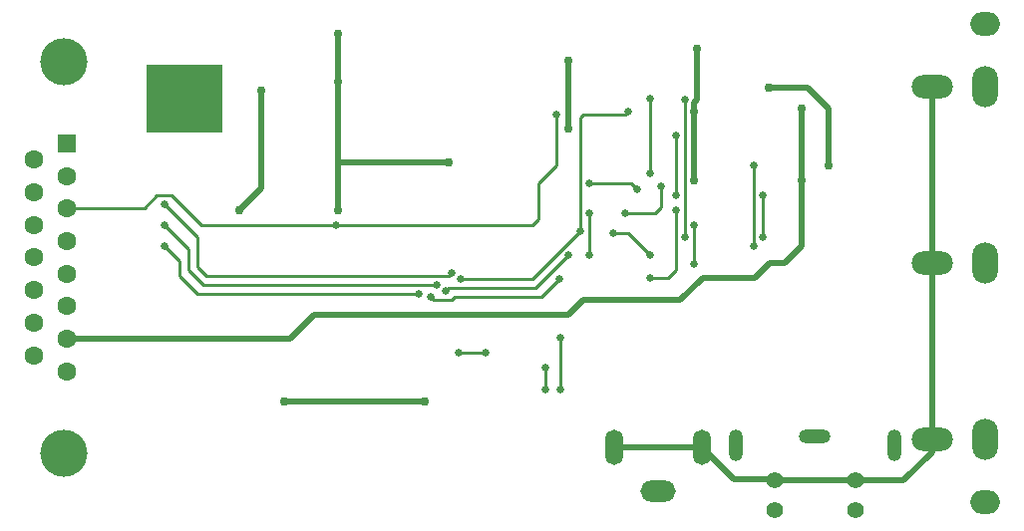
<source format=gbl>
G04 #@! TF.FileFunction,Copper,L2,Bot,Signal*
%FSLAX46Y46*%
G04 Gerber Fmt 4.6, Leading zero omitted, Abs format (unit mm)*
G04 Created by KiCad (PCBNEW 4.0.7) date 02/26/18 13:57:06*
%MOMM*%
%LPD*%
G01*
G04 APERTURE LIST*
%ADD10C,0.100000*%
%ADD11O,2.200000X3.500000*%
%ADD12O,3.500000X2.000000*%
%ADD13O,2.500000X2.000000*%
%ADD14R,6.400000X5.800000*%
%ADD15R,1.600000X1.600000*%
%ADD16C,1.600000*%
%ADD17C,4.000000*%
%ADD18O,1.500000X3.000000*%
%ADD19O,3.000000X1.800000*%
%ADD20O,1.200000X2.700000*%
%ADD21C,1.400000*%
%ADD22O,2.700000X1.200000*%
%ADD23C,0.635000*%
%ADD24C,0.762000*%
%ADD25C,0.508000*%
%ADD26C,0.254000*%
G04 APERTURE END LIST*
D10*
D11*
X154805000Y-95885000D03*
X154805000Y-110885000D03*
X154805000Y-80885000D03*
D12*
X150305000Y-95885000D03*
X150305000Y-110885000D03*
X150305000Y-80885000D03*
D13*
X154805000Y-75585000D03*
X154805000Y-116185000D03*
D14*
X86800000Y-81915000D03*
D15*
X76835000Y-85725000D03*
D16*
X76835000Y-88495000D03*
X76835000Y-91265000D03*
X76835000Y-94035000D03*
X76835000Y-96805000D03*
X76835000Y-99575000D03*
X76835000Y-102345000D03*
X76835000Y-105115000D03*
X73995000Y-87110000D03*
X73995000Y-89880000D03*
X73995000Y-92650000D03*
X73995000Y-95420000D03*
X73995000Y-98190000D03*
X73995000Y-100960000D03*
X73995000Y-103730000D03*
D17*
X76535000Y-78770000D03*
X76535000Y-112070000D03*
D18*
X130750000Y-111600000D03*
D19*
X127000000Y-115300000D03*
D18*
X123250000Y-111600000D03*
D20*
X147085000Y-111395000D03*
X133585000Y-111395000D03*
D21*
X143735000Y-116895000D03*
X136935000Y-116895000D03*
X143735000Y-114395000D03*
X136935000Y-114395000D03*
D22*
X140335000Y-110595000D03*
D23*
X85090000Y-80010000D03*
X86995000Y-80010000D03*
X88900000Y-80010000D03*
X85090000Y-81915000D03*
X86995000Y-81915000D03*
X88900000Y-81915000D03*
X85090000Y-83820000D03*
X86995000Y-83820000D03*
X88900000Y-83820000D03*
X107696000Y-98806000D03*
X108966000Y-98298000D03*
X110236000Y-97282000D03*
X106680000Y-98552000D03*
X108204000Y-97790000D03*
X109474000Y-96774000D03*
D24*
X119380000Y-84455000D03*
X119380000Y-78740000D03*
X136398000Y-81026000D03*
X141478000Y-87630000D03*
X109220000Y-87376000D03*
X99822000Y-80518000D03*
X107188000Y-107696000D03*
X95250000Y-107696000D03*
X99822000Y-91440000D03*
X99822000Y-76454000D03*
X93345000Y-81280000D03*
X91440000Y-91440000D03*
X130302000Y-77724000D03*
X130048000Y-83058000D03*
X130048000Y-88900000D03*
D23*
X99695000Y-92710000D03*
X118364000Y-83312000D03*
D24*
X139192000Y-88900000D03*
X139192000Y-82804000D03*
D23*
X112395000Y-103505000D03*
X110109000Y-103505000D03*
X117475000Y-106680000D03*
X117475000Y-104775000D03*
X118745000Y-106680000D03*
X118745000Y-102235000D03*
X127254000Y-89408000D03*
X121158000Y-95250000D03*
X124206000Y-91694000D03*
X121158000Y-91694000D03*
X123190000Y-93345000D03*
X126365000Y-95250000D03*
X135128000Y-94488000D03*
X135128000Y-87630000D03*
X135890000Y-93726000D03*
X135890000Y-90170000D03*
X129286000Y-82042000D03*
X129286000Y-93726000D03*
X128524000Y-85090000D03*
X128524000Y-90170000D03*
X128524000Y-91440000D03*
X126365000Y-97155000D03*
X130048000Y-92710000D03*
X130048000Y-96012000D03*
X85090000Y-90932000D03*
X85090000Y-92710000D03*
X85090000Y-94488000D03*
X119380000Y-95250000D03*
X124460000Y-83058000D03*
X120396000Y-93218000D03*
X118618000Y-97282000D03*
X121158000Y-89154000D03*
X125222000Y-89662000D03*
X126365000Y-88265000D03*
X126365000Y-81915000D03*
D25*
X143735000Y-114395000D02*
X136935000Y-114395000D01*
X150305000Y-110885000D02*
X150305000Y-111950000D01*
X147860000Y-114395000D02*
X143735000Y-114395000D01*
X150305000Y-111950000D02*
X147860000Y-114395000D01*
X136935000Y-114395000D02*
X136840000Y-114300000D01*
X136840000Y-114300000D02*
X133450000Y-114300000D01*
X133450000Y-114300000D02*
X130750000Y-111600000D01*
X130750000Y-111600000D02*
X123250000Y-111600000D01*
X150305000Y-95885000D02*
X150305000Y-110885000D01*
X150305000Y-80885000D02*
X150305000Y-95885000D01*
X119380000Y-84455000D02*
X119380000Y-78740000D01*
X139700000Y-81026000D02*
X136398000Y-81026000D01*
X141478000Y-82804000D02*
X139700000Y-81026000D01*
X141478000Y-87630000D02*
X141478000Y-82804000D01*
X99822000Y-87376000D02*
X109220000Y-87376000D01*
X95250000Y-107696000D02*
X107188000Y-107696000D01*
X99822000Y-87376000D02*
X99822000Y-91440000D01*
X99822000Y-76454000D02*
X99822000Y-80518000D01*
X99822000Y-80518000D02*
X99822000Y-87376000D01*
X93345000Y-89535000D02*
X93345000Y-81280000D01*
X91440000Y-91440000D02*
X93345000Y-89535000D01*
X130048000Y-82296000D02*
X130302000Y-82042000D01*
X130048000Y-82296000D02*
X130048000Y-83058000D01*
X130302000Y-82042000D02*
X130302000Y-77724000D01*
X130048000Y-83058000D02*
X130048000Y-88900000D01*
D26*
X99695000Y-92710000D02*
X116332000Y-92710000D01*
X118364000Y-87630000D02*
X118364000Y-83312000D01*
X116840000Y-89154000D02*
X118364000Y-87630000D01*
X116840000Y-92202000D02*
X116840000Y-89154000D01*
X116332000Y-92710000D02*
X116840000Y-92202000D01*
X76835000Y-91265000D02*
X83360000Y-91265000D01*
X88265000Y-92710000D02*
X99695000Y-92710000D01*
X85725000Y-90170000D02*
X88265000Y-92710000D01*
X84455000Y-90170000D02*
X85725000Y-90170000D01*
X83360000Y-91265000D02*
X84455000Y-90170000D01*
D25*
X113030000Y-100330000D02*
X119380000Y-100330000D01*
X95775000Y-102345000D02*
X97790000Y-100330000D01*
X97790000Y-100330000D02*
X113030000Y-100330000D01*
X76835000Y-102345000D02*
X95775000Y-102345000D01*
X139192000Y-94488000D02*
X139192000Y-88900000D01*
X137795000Y-95885000D02*
X139192000Y-94488000D01*
X136525000Y-95885000D02*
X137795000Y-95885000D01*
X135255000Y-97155000D02*
X136525000Y-95885000D01*
X130810000Y-97155000D02*
X135255000Y-97155000D01*
X128905000Y-99060000D02*
X130810000Y-97155000D01*
X120650000Y-99060000D02*
X128905000Y-99060000D01*
X119380000Y-100330000D02*
X120650000Y-99060000D01*
X139192000Y-82804000D02*
X139192000Y-88900000D01*
D26*
X110109000Y-103505000D02*
X112395000Y-103505000D01*
X117475000Y-106680000D02*
X117475000Y-104775000D01*
X118745000Y-106680000D02*
X118745000Y-102235000D01*
X121158000Y-95250000D02*
X121158000Y-91694000D01*
X127254000Y-91186000D02*
X126746000Y-91694000D01*
X127254000Y-89408000D02*
X127254000Y-91186000D01*
X124206000Y-91694000D02*
X126746000Y-91694000D01*
X124460000Y-93345000D02*
X123190000Y-93345000D01*
X126365000Y-95250000D02*
X124460000Y-93345000D01*
X135128000Y-94488000D02*
X135128000Y-87630000D01*
X135890000Y-93726000D02*
X135890000Y-90170000D01*
X129286000Y-82042000D02*
X129286000Y-93726000D01*
X128524000Y-90170000D02*
X128524000Y-85090000D01*
X127889000Y-97155000D02*
X126365000Y-97155000D01*
X127889000Y-97155000D02*
X128524000Y-96520000D01*
X128524000Y-96520000D02*
X128524000Y-91440000D01*
X130048000Y-96012000D02*
X130048000Y-92710000D01*
X109220000Y-97028000D02*
X109474000Y-96774000D01*
X88646000Y-97028000D02*
X109220000Y-97028000D01*
X87884000Y-96266000D02*
X88646000Y-97028000D01*
X87884000Y-93726000D02*
X87884000Y-96266000D01*
X85090000Y-90932000D02*
X87884000Y-93726000D01*
X88392000Y-97790000D02*
X108204000Y-97790000D01*
X87122000Y-96520000D02*
X88392000Y-97790000D01*
X87122000Y-94742000D02*
X87122000Y-96520000D01*
X85090000Y-92710000D02*
X87122000Y-94742000D01*
X87884000Y-98552000D02*
X106680000Y-98552000D01*
X86360000Y-97028000D02*
X87884000Y-98552000D01*
X86360000Y-95758000D02*
X86360000Y-97028000D01*
X85090000Y-94488000D02*
X86360000Y-95758000D01*
X112776000Y-98044000D02*
X116586000Y-98044000D01*
X108966000Y-98298000D02*
X109220000Y-98044000D01*
X109220000Y-98044000D02*
X112776000Y-98044000D01*
X116586000Y-98044000D02*
X119380000Y-95250000D01*
X112776000Y-97282000D02*
X116332000Y-97282000D01*
X110236000Y-97282000D02*
X112776000Y-97282000D01*
X116332000Y-97282000D02*
X120396000Y-93218000D01*
X124206000Y-83312000D02*
X124460000Y-83058000D01*
X120650000Y-83312000D02*
X124206000Y-83312000D01*
X120396000Y-83566000D02*
X120650000Y-83312000D01*
X120396000Y-93218000D02*
X120396000Y-83566000D01*
X117094000Y-98806000D02*
X112522000Y-98806000D01*
X118618000Y-97282000D02*
X117094000Y-98806000D01*
X124714000Y-89154000D02*
X121158000Y-89154000D01*
X125222000Y-89662000D02*
X124714000Y-89154000D01*
X126365000Y-81915000D02*
X126365000Y-88265000D01*
X107696000Y-98806000D02*
X107950000Y-99060000D01*
X107950000Y-99060000D02*
X109474000Y-99060000D01*
X109474000Y-99060000D02*
X109728000Y-98806000D01*
X109728000Y-98806000D02*
X112522000Y-98806000D01*
X112522000Y-98806000D02*
X112776000Y-98806000D01*
M02*

</source>
